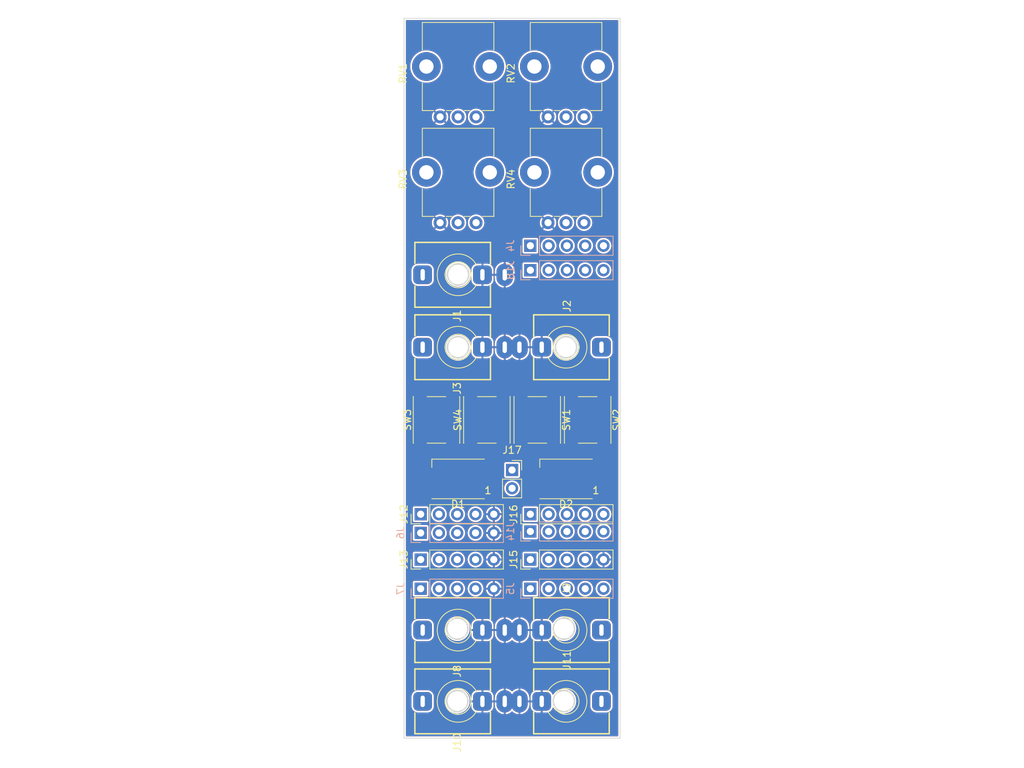
<source format=kicad_pcb>
(kicad_pcb (version 20211014) (generator pcbnew)
  (layers (0 "F.Cu" signal) (31 "B.Cu" signal) (34 "B.Paste" user) (35 "F.Paste" user) (36 "B.SilkS" user "B.Silkscreen") (37 "F.SilkS" user "F.Silkscreen") (38 "B.Mask" user) (39 "F.Mask" user) (44 "Edge.Cuts" user))
  (net 0 "")
  (net 1 "/RST")
  (net 2 "GND")
  (net 3 "+5V")
  (net 4 "+3V3")
  (net 5 "/RES0_W1")
  (net 6 "Net-(D1-Pad2)")
  (net 8 "/DryWet")
  (net 9 "/OUT_3")
  (net 10 "/OUT_2")
  (net 11 "/OUT_1")
  (net 12 "/RES0_B1")
  (net 13 "/IO17")
  (net 14 "/IO21")
  (net 15 "/IO22")
  (net 18 "/LEDS")
  (net 19 "/IN_0")
  (net 20 "/IN_1")
  (net 21 "/IN_2")
  (net 22 "/IN_3")
  (net 23 "/BOOT")
  (net 24 "/PROG_TX")
  (net 25 "/PROG_RX")
  (net 26 "/RES0_A1")
  (net 27 "/OUT_0")
  (net 28 "/SW_0")
  (net 29 "/SW_1")
  (net 30 "/RES_0")
  (net 31 "/RES_1")
  (net 32 "/RES_2")
  (net 33 "/RES_3")
  (footprint "AudioJacks:Jack_3.5mm_QingPu_WQP-PJ398SM_Vertical" (layer "F.Cu") (at 7.5 85 90)
    (fp_text reference "J8" (at -5.715 -0.13 90) (layer "F.SilkS"))
    (fp_text value "AudioJack2")
    (fp_line (start -4.5 4.5) (end -4.5 -6) (layer "F.SilkS") (width 0.2))
    (fp_line (start -4.5 -6) (end -1.6 -6) (layer "F.SilkS") (width 0.2))
    (fp_line (start 4.5 4.5) (end 4.5 -6) (layer "F.SilkS") (width 0.2))
    (fp_line (start -4.5 4.5) (end -1.5 4.5) (layer "F.SilkS") (width 0.2))
    (fp_line (start 1.6 -6) (end 4.5 -6) (layer "F.SilkS") (width 0.2))
    (fp_line (start 1.5 4.5) (end 4.5 4.5) (layer "F.SilkS") (width 0.2))
    (fp_arc (start -1.296263 2.588577) (mid -2.817353 -0.665994) (end 0 -2.895) (layer "F.SilkS") (width 0.12))
    (fp_arc (start 0 -2.895) (mid 2.817353 -0.665994) (end 1.296263 2.588577) (layer "F.SilkS") (width 0.12))
    (fp_circle (center 0 0) (end -1.8 0) (layer "F.SilkS") (width 0.12) (fill none))
    (pad "S" thru_hole oval locked (at 0 6.48 90) (size 3.1 2.3) (drill oval 1.6 0.6) (layers *.Cu *.Mask) (net 2 "GND"))
    (pad "T" thru_hole roundrect locked (at 0 -4.92 90) (size 2.6 2.6) (drill oval 1.6 0.6) (layers *.Cu *.Mask) (net 27 "/OUT_0"))
    (pad "TN" thru_hole roundrect locked (at 0 3.38 90) (size 2.6 2.6) (drill oval 1.6 0.6) (layers *.Cu *.Mask) (net 2 "GND"))
  )
  (footprint "AudioJacks:Jack_3.5mm_QingPu_WQP-PJ398SM_Vertical" (layer "F.Cu") (at 7.5 94.9 90)
    (fp_text reference "J10" (at -5.715 -0.13 90) (layer "F.SilkS"))
    (fp_text value "AudioJack2")
    (fp_line (start -4.5 4.5) (end -1.5 4.5) (layer "F.SilkS") (width 0.2))
    (fp_line (start 1.6 -6) (end 4.5 -6) (layer "F.SilkS") (width 0.2))
    (fp_line (start 4.5 4.5) (end 4.5 -6) (layer "F.SilkS") (width 0.2))
    (fp_line (start 1.5 4.5) (end 4.5 4.5) (layer "F.SilkS") (width 0.2))
    (fp_line (start -4.5 -6) (end -1.6 -6) (layer "F.SilkS") (width 0.2))
    (fp_line (start -4.5 4.5) (end -4.5 -6) (layer "F.SilkS") (width 0.2))
    (fp_arc (start -1.296263 2.588577) (mid -2.817353 -0.665994) (end 0 -2.895) (layer "F.SilkS") (width 0.12))
    (fp_arc (start 0 -2.895) (mid 2.817353 -0.665994) (end 1.296263 2.588577) (layer "F.SilkS") (width 0.12))
    (fp_circle (center 0 0) (end -1.8 0) (layer "F.SilkS") (width 0.12) (fill none))
    (pad "S" thru_hole oval locked (at 0 6.48 90) (size 3.1 2.3) (drill oval 1.6 0.6) (layers *.Cu *.Mask) (net 2 "GND"))
    (pad "T" thru_hole roundrect locked (at 0 -4.92 90) (size 2.6 2.6) (drill oval 1.6 0.6) (layers *.Cu *.Mask) (net 10 "/OUT_2"))
    (pad "TN" thru_hole roundrect locked (at 0 3.38 90) (size 2.6 2.6) (drill oval 1.6 0.6) (layers *.Cu *.Mask) (net 2 "GND"))
  )
  (footprint "Button_Switch_SMD:SW_Push_1P1T_NO_6x6mm_H9.5mm" (layer "F.Cu") (at 4.5 55.8 90)
    (fp_text reference "SW3" (at 0 -4.05 90) (layer "F.SilkS"))
    (fp_text value "FSM")
    (fp_line (start -3.23 -3.23) (end 3.23 -3.23) (layer "F.SilkS") (width 0.12))
    (fp_line (start 3.23 -3.23) (end 3.23 -3.2) (layer "F.SilkS") (width 0.12))
    (fp_line (start -3.23 -1.3) (end -3.23 1.3) (layer "F.SilkS") (width 0.12))
    (fp_line (start -3.23 3.23) (end -3.23 3.2) (layer "F.SilkS") (width 0.12))
    (fp_line (start 3.23 -1.3) (end 3.23 1.3) (layer "F.SilkS") (width 0.12))
    (fp_line (start -3.23 -3.2) (end -3.23 -3.23) (layer "F.SilkS") (width 0.12))
    (fp_line (start -3.23 3.23) (end 3.23 3.23) (layer "F.SilkS") (width 0.12))
    (fp_line (start 3.23 3.23) (end 3.23 3.2) (layer "F.SilkS") (width 0.12))
    (pad "1" smd rect locked (at -3.975 2.25 90) (size 1.55 1.3) (layers "F.Cu" "F.Paste" "F.Mask") (net 1 "/RST"))
    (pad "2" smd rect locked (at 3.975 2.25 90) (size 1.55 1.3) (layers "F.Cu" "F.Paste" "F.Mask") (net 1 "/RST"))
    (pad "3" smd rect locked (at -3.975 -2.25 90) (size 1.55 1.3) (layers "F.Cu" "F.Paste" "F.Mask") (net 2 "GND"))
    (pad "4" smd rect locked (at 3.975 -2.25 90) (size 1.55 1.3) (layers "F.Cu" "F.Paste" "F.Mask") (net 2 "GND"))
  )
  (footprint "LED_SMD:LED_WS2812B_PLCC4_5.0x5.0mm_P3.2mm" (layer "F.Cu") (at 7.5 64 180)
    (fp_text reference "D1" (at 0 -3.5) (layer "F.SilkS"))
    (fp_text value "WS2812B")
    (fp_text user "1" (at -4.15 -1.6) (layer "F.SilkS"))
    (fp_line (start -3.65 -2.75) (end 3.65 -2.75) (layer "F.SilkS") (width 0.12))
    (fp_line (start -3.65 2.75) (end 3.65 2.75) (layer "F.SilkS") (width 0.12))
    (fp_line (start 3.65 2.75) (end 3.65 1.6) (layer "F.SilkS") (width 0.12))
    (pad "1" smd rect locked (at -2.45 -1.6 180) (size 1.5 1) (layers "F.Cu" "F.Paste" "F.Mask") (net 3 "+5V"))
    (pad "2" smd rect locked (at -2.45 1.6 180) (size 1.5 1) (layers "F.Cu" "F.Paste" "F.Mask") (net 6 "Net-(D1-Pad2)"))
    (pad "3" smd rect locked (at 2.45 1.6 180) (size 1.5 1) (layers "F.Cu" "F.Paste" "F.Mask") (net 2 "GND"))
    (pad "4" smd rect locked (at 2.45 -1.6 180) (size 1.5 1) (layers "F.Cu" "F.Paste" "F.Mask") (net 18 "/LEDS"))
  )
  (footprint "AudioJacks:Jack_3.5mm_QingPu_WQP-PJ398SM_Vertical" (layer "F.Cu") (at 7.5 35.6368 90)
    (fp_text reference "J1" (at -5.715 -0.13 90) (layer "F.SilkS"))
    (fp_text value "AudioJack2")
    (fp_line (start -4.5 4.5) (end -1.5 4.5) (layer "F.SilkS") (width 0.2))
    (fp_line (start -4.5 -6) (end -1.6 -6) (layer "F.SilkS") (width 0.2))
    (fp_line (start -4.5 4.5) (end -4.5 -6) (layer "F.SilkS") (width 0.2))
    (fp_line (start 1.6 -6) (end 4.5 -6) (layer "F.SilkS") (width 0.2))
    (fp_line (start 4.5 4.5) (end 4.5 -6) (layer "F.SilkS") (width 0.2))
    (fp_line (start 1.5 4.5) (end 4.5 4.5) (layer "F.SilkS") (width 0.2))
    (fp_arc (start -1.296263 2.588577) (mid -2.817353 -0.665994) (end 0 -2.895) (layer "F.SilkS") (width 0.12))
    (fp_arc (start 0 -2.895) (mid 2.817353 -0.665994) (end 1.296263 2.588577) (layer "F.SilkS") (width 0.12))
    (fp_circle (center 0 0) (end -1.8 0) (layer "F.SilkS") (width 0.12) (fill none))
    (pad "S" thru_hole oval locked (at 0 6.48 90) (size 3.1 2.3) (drill oval 1.6 0.6) (layers *.Cu *.Mask) (net 2 "GND"))
    (pad "T" thru_hole roundrect locked (at 0 -4.92 90) (size 2.6 2.6) (drill oval 1.6 0.6) (layers *.Cu *.Mask) (net 19 "/IN_0"))
    (pad "TN" thru_hole roundrect locked (at 0 3.38 90) (size 2.6 2.6) (drill oval 1.6 0.6) (layers *.Cu *.Mask) (net 2 "GND"))
  )
  (footprint "Button_Switch_SMD:SW_Push_1P1T_NO_6x6mm_H9.5mm" (layer "F.Cu") (at 25.5 55.8 -90)
    (fp_text reference "SW2" (at 0 -4.05 -90) (layer "F.SilkS"))
    (fp_text value "FSM")
    (fp_line (start 3.23 3.23) (end 3.23 3.2) (layer "F.SilkS") (width 0.12))
    (fp_line (start 3.23 -3.23) (end 3.23 -3.2) (layer "F.SilkS") (width 0.12))
    (fp_line (start -3.23 -3.2) (end -3.23 -3.23) (layer "F.SilkS") (width 0.12))
    (fp_line (start -3.23 -3.23) (end 3.23 -3.23) (layer "F.SilkS") (width 0.12))
    (fp_line (start -3.23 3.23) (end -3.23 3.2) (layer "F.SilkS") (width 0.12))
    (fp_line (start -3.23 -1.3) (end -3.23 1.3) (layer "F.SilkS") (width 0.12))
    (fp_line (start -3.23 3.23) (end 3.23 3.23) (layer "F.SilkS") (width 0.12))
    (fp_line (start 3.23 -1.3) (end 3.23 1.3) (layer "F.SilkS") (width 0.12))
    (pad "1" smd rect locked (at -3.975 2.25 270) (size 1.55 1.3) (layers "F.Cu" "F.Paste" "F.Mask") (net 29 "/SW_1"))
    (pad "2" smd rect locked (at 3.975 2.25 270) (size 1.55 1.3) (layers "F.Cu" "F.Paste" "F.Mask") (net 29 "/SW_1"))
    (pad "3" smd rect locked (at -3.975 -2.25 270) (size 1.55 1.3) (layers "F.Cu" "F.Paste" "F.Mask") (net 2 "GND"))
    (pad "4" smd rect locked (at 3.975 -2.25 270) (size 1.55 1.3) (layers "F.Cu" "F.Paste" "F.Mask") (net 2 "GND"))
  )
  (footprint "Potentiometer_THT:Potentiometer_Bourns_PTV09A-1_Single_Vertical" (layer "F.Cu") (at 25 13.7 90)
    (fp_text reference "RV2" (at 6.05 -10.15 90) (layer "F.SilkS"))
    (fp_text value "PTV09A-4225F-B203")
    (fp_line (start 13.12 -7.47) (end 13.12 2.47) (layer "F.SilkS") (width 0.12))
    (fp_line (start 9.255 -7.47) (end 13.12 -7.47) (layer "F.SilkS") (width 0.12))
    (fp_line (start 0.88 -4.129) (end 0.88 -3.37) (layer "F.SilkS") (width 0.12))
    (fp_line (start 0.88 -7.47) (end 4.745 -7.47) (layer "F.SilkS") (width 0.12))
    (fp_line (start 0.88 2.47) (end 4.745 2.47) (layer "F.SilkS") (width 0.12))
    (fp_line (start 0.88 -1.629) (end 0.88 -0.87) (layer "F.SilkS") (width 0.12))
    (fp_line (start 9.255 2.47) (end 13.12 2.47) (layer "F.SilkS") (width 0.12))
    (fp_line (start 0.88 0.87) (end 0.88 2.47) (layer "F.SilkS") (width 0.12))
    (fp_line (start 0.88 -7.47) (end 0.88 -5.871) (layer "F.SilkS") (width 0.12))
    (pad "" np_thru_hole circle locked (at 7 -6.9 90) (size 4 4) (drill 2) (layers *.Cu *.Mask))
    (pad "" np_thru_hole circle locked (at 7 1.9 90) (size 4 4) (drill 2) (layers *.Cu *.Mask))
    (pad "1" thru_hole circle locked (at 0 0 90) (size 1.8 1.8) (drill 1) (layers *.Cu *.Mask) (net 3 "+5V"))
    (pad "2" thru_hole circle locked (at 0 -2.5 90) (size 1.8 1.8) (drill 1) (layers *.Cu *.Mask) (net 31 "/RES_1"))
    (pad "3" thru_hole circle locked (at 0 -5 90) (size 1.8 1.8) (drill 1) (layers *.Cu *.Mask) (net 2 "GND"))
  )
  (footprint "AudioJacks:Jack_3.5mm_QingPu_WQP-PJ398SM_Vertical" (layer "F.Cu") (at 7.5 45.7 90)
    (fp_text reference "J3" (at -5.715 -0.13 90) (layer "F.SilkS"))
    (fp_text value "AudioJack2")
    (fp_line (start -4.5 4.5) (end -4.5 -6) (layer "F.SilkS") (width 0.2))
    (fp_line (start -4.5 -6) (end -1.6 -6) (layer "F.SilkS") (width 0.2))
    (fp_line (start 1.6 -6) (end 4.5 -6) (layer "F.SilkS") (width 0.2))
    (fp_line (start 4.5 4.5) (end 4.5 -6) (layer "F.SilkS") (width 0.2))
    (fp_line (start 1.5 4.5) (end 4.5 4.5) (layer "F.SilkS") (width 0.2))
    (fp_line (start -4.5 4.5) (end -1.5 4.5) (layer "F.SilkS") (width 0.2))
    (fp_arc (start -1.296263 2.588577) (mid -2.817353 -0.665994) (end 0 -2.895) (layer "F.SilkS") (width 0.12))
    (fp_arc (start 0 -2.895) (mid 2.817353 -0.665994) (end 1.296263 2.588577) (layer "F.SilkS") (width 0.12))
    (fp_circle (center 0 0) (end -1.8 0) (layer "F.SilkS") (width 0.12) (fill none))
    (pad "S" thru_hole oval locked (at 0 6.48 90) (size 3.1 2.3) (drill oval 1.6 0.6) (layers *.Cu *.Mask) (net 2 "GND"))
    (pad "T" thru_hole roundrect locked (at 0 -4.92 90) (size 2.6 2.6) (drill oval 1.6 0.6) (layers *.Cu *.Mask) (net 21 "/IN_2"))
    (pad "TN" thru_hole roundrect locked (at 0 3.38 90) (size 2.6 2.6) (drill oval 1.6 0.6) (layers *.Cu *.Mask) (net 2 "GND"))
  )
  (footprint "Potentiometer_THT:Potentiometer_Bourns_PTV09A-1_Single_Vertical" (layer "F.Cu") (at 10 13.7 90)
    (fp_text reference "RV1" (at 6.05 -10.15 90) (layer "F.SilkS"))
    (fp_text value "PTV09A-4225F-B203")
    (fp_line (start 0.88 -4.129) (end 0.88 -3.37) (layer "F.SilkS") (width 0.12))
    (fp_line (start 0.88 -7.47) (end 4.745 -7.47) (layer "F.SilkS") (width 0.12))
    (fp_line (start 13.12 -7.47) (end 13.12 2.47) (layer "F.SilkS") (width 0.12))
    (fp_line (start 0.88 -1.629) (end 0.88 -0.87) (layer "F.SilkS") (width 0.12))
    (fp_line (start 0.88 0.87) (end 0.88 2.47) (layer "F.SilkS") (width 0.12))
    (fp_line (start 9.255 2.47) (end 13.12 2.47) (layer "F.SilkS") (width 0.12))
    (fp_line (start 0.88 -7.47) (end 0.88 -5.871) (layer "F.SilkS") (width 0.12))
    (fp_line (start 0.88 2.47) (end 4.745 2.47) (layer "F.SilkS") (width 0.12))
    (fp_line (start 9.255 -7.47) (end 13.12 -7.47) (layer "F.SilkS") (width 0.12))
    (pad "" np_thru_hole circle locked (at 7 1.9 90) (size 4 4) (drill 2) (layers *.Cu *.Mask))
    (pad "" np_thru_hole circle locked (at 7 -6.9 90) (size 4 4) (drill 2) (layers *.Cu *.Mask))
    (pad "1" thru_hole circle locked (at 0 0 90) (size 1.8 1.8) (drill 1) (layers *.Cu *.Mask) (net 3 "+5V"))
    (pad "2" thru_hole circle locked (at 0 -2.5 90) (size 1.8 1.8) (drill 1) (layers *.Cu *.Mask) (net 30 "/RES_0"))
    (pad "3" thru_hole circle locked (at 0 -5 90) (size 1.8 1.8) (drill 1) (layers *.Cu *.Mask) (net 2 "GND"))
  )
  (footprint "Connector_PinSocket_2.54mm:PinSocket_1x02_P2.54mm_Vertical" (layer "F.Cu") (at 15 62.758)
    (fp_text reference "J17" (at 0 -2.77) (layer "F.SilkS"))
    (fp_text value "Conn_01x02")
    (fp_line (start 1.33 -1.33) (end 1.33 0) (layer "F.SilkS") (width 0.12))
    (fp_line (start -1.33 1.27) (end -1.33 3.87) (layer "F.SilkS") (width 0.12))
    (fp_line (start 1.33 1.27) (end 1.33 3.87) (layer "F.SilkS") (width 0.12))
    (fp_line (start -1.33 1.27) (end 1.33 1.27) (layer "F.SilkS") (width 0.12))
    (fp_line (start -1.33 3.87) (end 1.33 3.87) (layer "F.SilkS") (width 0.12))
    (fp_line (start 0 -1.33) (end 1.33 -1.33) (layer "F.SilkS") (width 0.12))
    (pad "1" thru_hole rect locked (at 0 0) (size 1.7 1.7) (drill 1) (layers *.Cu *.Mask))
    (pad "2" thru_hole oval locked (at 0 2.54) (size 1.7 1.7) (drill 1) (layers *.Cu *.Mask))
  )
  (footprint "AudioJacks:Jack_3.5mm_QingPu_WQP-PJ398SM_Vertical" (layer "F.Cu") (at 22.5 94.9 -90)
    (fp_text reference "J11" (at -5.715 -0.13 90) (layer "F.SilkS"))
    (fp_text value "AudioJack2")
    (fp_line (start 1.5 4.5) (end 4.5 4.5) (layer "F.SilkS") (width 0.2))
    (fp_line (start -4.5 4.5) (end -1.5 4.5) (layer "F.SilkS") (width 0.2))
    (fp_line (start -4.5 4.5) (end -4.5 -6) (layer "F.SilkS") (width 0.2))
    (fp_line (start 4.5 4.5) (end 4.5 -6) (layer "F.SilkS") (width 0.2))
    (fp_line (start -4.5 -6) (end -1.6 -6) (layer "F.SilkS") (width 0.2))
    (fp_line (start 1.6 -6) (end 4.5 -6) (layer "F.SilkS") (width 0.2))
    (fp_arc (start -1.296263 2.588577) (mid -2.817353 -0.665994) (end 0 -2.895) (layer "F.SilkS") (width 0.12))
    (fp_arc (start 0 -2.895) (mid 2.817353 -0.665994) (end 1.296263 2.588577) (layer "F.SilkS") (width 0.12))
    (fp_circle (center 0 0) (end -1.8 0) (layer "F.SilkS") (width 0.12) (fill none))
    (pad "S" thru_hole oval locked (at 0 6.48 270) (size 3.1 2.3) (drill oval 1.6 0.6) (layers *.Cu *.Mask) (net 2 "GND"))
    (pad "T" thru_hole roundrect locked (at 0 -4.92 270) (size 2.6 2.6) (drill oval 1.6 0.6) (layers *.Cu *.Mask) (net 8 "/DryWet"))
    (pad "TN" thru_hole roundrect locked (at 0 3.38 270) (size 2.6 2.6) (drill oval 1.6 0.6) (layers *.Cu *.Mask) (net 2 "GND"))
  )
  (footprint "Connector_PinHeader_2.54mm:PinHeader_1x05_P2.54mm_Vertical" (layer "F.Cu") (at 17.54 68.9 90)
    (fp_text reference "J16" (at 0 -2.33 90) (layer "F.SilkS"))
    (fp_text value "Conn_01x05")
    (fp_line (start -1.33 1.27) (end 1.33 1.27) (layer "F.SilkS") (width 0.12))
    (fp_line (start -1.33 -1.33) (end 0 -1.33) (layer "F.SilkS") (width 0.12))
    (fp_line (start -1.33 0) (end -1.33 -1.33) (layer "F.SilkS") (width 0.12))
    (fp_line (start -1.33 11.49) (end 1.33 11.49) (layer "F.SilkS") (width 0.12))
    (fp_line (start 1.33 1.27) (end 1.33 11.49) (layer "F.SilkS") (width 0.12))
    (fp_line (start -1.33 1.27) (end -1.33 11.49) (layer "F.SilkS") (width 0.12))
    (pad "1" thru_hole rect locked (at 0 0 90) (size 1.7 1.7) (drill 1) (layers *.Cu *.Mask) (net 13 "/IO17"))
    (pad "2" thru_hole oval locked (at 0 2.54 90) (size 1.7 1.7) (drill 1) (layers *.Cu *.Mask) (net 14 "/IO21"))
    (pad "3" thru_hole oval locked (at 0 5.08 90) (size 1.7 1.7) (drill 1) (layers *.Cu *.Mask) (net 15 "/IO22"))
    (pad "4" thru_hole oval locked (at 0 7.62 90) (size 1.7 1.7) (drill 1) (layers *.Cu *.Mask) (net 4 "+3V3"))
    (pad "5" thru_hole oval locked (at 0 10.16 90) (size 1.7 1.7) (drill 1) (layers *.Cu *.Mask) (net 3 "+5V"))
  )
  (footprint "AudioJacks:Jack_3.5mm_QingPu_WQP-PJ398SM_Vertical" (layer "F.Cu") (at 22.5 45.7 -90)
    (fp_text reference "J2" (at -5.715 -0.13 90) (layer "F.SilkS"))
    (fp_text value "AudioJack2")
    (fp_line (start 4.5 4.5) (end 4.5 -6) (layer "F.SilkS") (width 0.2))
    (fp_line (start 1.6 -6) (end 4.5 -6) (layer "F.SilkS") (width 0.2))
    (fp_line (start 1.5 4.5) (end 4.5 4.5) (layer "F.SilkS") (width 0.2))
    (fp_line (start -4.5 4.5) (end -1.5 4.5) (layer "F.SilkS") (width 0.2))
    (fp_line (start -4.5 4.5) (end -4.5 -6) (layer "F.SilkS") (width 0.2))
    (fp_line (start -4.5 -6) (end -1.6 -6) (layer "F.SilkS") (width 0.2))
    (fp_arc (start -1.296263 2.588577) (mid -2.817353 -0.665994) (end 0 -2.895) (layer "F.SilkS") (width 0.12))
    (fp_arc (start 0 -2.895) (mid 2.817353 -0.665994) (end 1.296263 2.588577) (layer "F.SilkS") (width 0.12))
    (fp_circle (center 0 0) (end -1.8 0) (layer "F.SilkS") (width 0.12) (fill none))
    (pad "S" thru_hole oval locked (at 0 6.48 270) (size 3.1 2.3) (drill oval 1.6 0.6) (layers *.Cu *.Mask) (net 2 "GND"))
    (pad "T" thru_hole roundrect locked (at 0 -4.92 270) (size 2.6 2.6) (drill oval 1.6 0.6) (layers *.Cu *.Mask) (net 20 "/IN_1"))
    (pad "TN" thru_hole roundrect locked (at 0 3.38 270) (size 2.6 2.6) (drill oval 1.6 0.6) (layers *.Cu *.Mask) (net 2 "GND"))
  )
  (footprint "Potentiometer_THT:Potentiometer_Bourns_PTV09A-1_Single_Vertical" (layer "F.Cu") (at 10 28.4 90)
    (fp_text reference "RV3" (at 6.05 -10.15 90) (layer "F.SilkS"))
    (fp_text value "PTV09A-4225F-B203")
    (fp_line (start 9.255 -7.47) (end 13.12 -7.47) (layer "F.SilkS") (width 0.12))
    (fp_line (start 13.12 -7.47) (end 13.12 2.47) (layer "F.SilkS") (width 0.12))
    (fp_line (start 9.255 2.47) (end 13.12 2.47) (layer "F.SilkS") (width 0.12))
    (fp_line (start 0.88 -1.629) (end 0.88 -0.87) (layer "F.SilkS") (width 0.12))
    (fp_line (start 0.88 2.47) (end 4.745 2.47) (layer "F.SilkS") (width 0.12))
    (fp_line (start 0.88 -4.129) (end 0.88 -3.37) (layer "F.SilkS") (width 0.12))
    (fp_line (start 0.88 0.87) (end 0.88 2.47) (layer "F.SilkS") (width 0.12))
    (fp_line (start 0.88 -7.47) (end 4.745 -7.47) (layer "F.SilkS") (width 0.12))
    (fp_line (start 0.88 -7.47) (end 0.88 -5.871) (layer "F.SilkS") (width 0.12))
    (pad "" np_thru_hole circle locked (at 7 1.9 90) (size 4 4) (drill 2) (layers *.Cu *.Mask))
    (pad "" np_thru_hole circle locked (at 7 -6.9 90) (size 4 4) (drill 2) (layers *.Cu *.Mask))
    (pad "1" thru_hole circle locked (at 0 0 90) (size 1.8 1.8) (drill 1) (layers *.Cu *.Mask) (net 3 "+5V"))
    (pad "2" thru_hole circle locked (at 0 -2.5 90) (size 1.8 1.8) (drill 1) (layers *.Cu *.Mask) (net 32 "/RES_2"))
    (pad "3" thru_hole circle locked (at 0 -5 90) (size 1.8 1.8) (drill 1) (layers *.Cu *.Mask) (net 2 "GND"))
  )
  (footprint "LED_SMD:LED_WS2812B_PLCC4_5.0x5.0mm_P3.2mm" (layer "F.Cu") (at 22.5 64 180)
    (fp_text reference "D2" (at 0 -3.5) (layer "F.SilkS"))
    (fp_text value "WS2812B")
    (fp_text user "1" (at -4.15 -1.6) (layer "F.SilkS"))
    (fp_line (start 3.65 2.75) (end 3.65 1.6) (layer "F.SilkS") (width 0.12))
    (fp_line (start -3.65 -2.75) (end 3.65 -2.75) (layer "F.SilkS") (width 0.12))
    (fp_line (start -3.65 2.75) (end 3.65 2.75) (layer "F.SilkS") (width 0.12))
    (pad "1" smd rect locked (at -2.45 -1.6 180) (size 1.5 1) (layers "F.Cu" "F.Paste" "F.Mask") (net 3 "+5V"))
    (pad "2" smd rect locked (at -2.45 1.6 180) (size 1.5 1) (layers "F.Cu" "F.Paste" "F.Mask"))
    (pad "3" smd rect locked (at 2.45 1.6 180) (size 1.5 1) (layers "F.Cu" "F.Paste" "F.Mask") (net 2 "GND"))
    (pad "4" smd rect locked (at 2.45 -1.6 180) (size 1.5 1) (layers "F.Cu" "F.Paste" "F.Mask") (net 6 "Net-(D1-Pad2)"))
  )
  (footprint "Button_Switch_SMD:SW_Push_1P1T_NO_6x6mm_H9.5mm" (layer "F.Cu") (at 11.5 55.8 90)
    (fp_text reference "SW4" (at 0 -4.05 90) (layer "F.SilkS"))
    (fp_text value "FSM")
    (fp_line (start -3.23 3.23) (end 3.23 3.23) (layer "F.SilkS") (width 0.12))
    (fp_line (start -3.23 -1.3) (end -3.23 1.3) (layer "F.SilkS") (width 0.12))
    (fp_line (start -3.23 3.23) (end -3.23 3.2) (layer "F.SilkS") (width 0.12))
    (fp_line (start 3.23 -3.23) (end 3.23 -3.2) (layer "F.SilkS") (width 0.12))
    (fp_line (start -3.23 -3.2) (end -3.23 -3.23) (layer "F.SilkS") (width 0.12))
    (fp_line (start -3.23 -3.23) (end 3.23 -3.23) (layer "F.SilkS") (width 0.12))
    (fp_line (start 3.23 3.23) (end 3.23 3.2) (layer "F.SilkS") (width 0.12))
    (fp_line (start 3.23 -1.3) (end 3.23 1.3) (layer "F.SilkS") (width 0.12))
    (pad "1" smd rect locked (at -3.975 2.25 90) (size 1.55 1.3) (layers "F.Cu" "F.Paste" "F.Mask") (net 23 "/BOOT"))
    (pad "2" smd rect locked (at 3.975 2.25 90) (size 1.55 1.3) (layers "F.Cu" "F.Paste" "F.Mask") (net 23 "/BOOT"))
    (pad "3" smd rect locked (at -3.975 -2.25 90) (size 1.55 1.3) (layers "F.Cu" "F.Paste" "F.Mask") (net 2 "GND"))
    (pad "4" smd rect locked (at 3.975 -2.25 90) (size 1.55 1.3) (layers "F.Cu" "F.Paste" "F.Mask") (net 2 "GND"))
  )
  (footprint "Connector_PinHeader_2.54mm:PinHeader_1x05_P2.54mm_Vertical" (layer "F.Cu") (at 17.54 75.2 90)
    (fp_text reference "J15" (at 0 -2.33 90) (layer "F.SilkS"))
    (fp_text value "Conn_01x05")
    (fp_line (start -1.33 11.49) (end 1.33 11.49) (layer "F.SilkS") (width 0.12))
    (fp_line (start -1.33 0) (end -1.33 -1.33) (layer "F.SilkS") (width 0.12))
    (fp_line (start 1.33 1.27) (end 1.33 11.49) (layer "F.SilkS") (width 0.12))
    (fp_line (start -1.33 -1.33) (end 0 -1.33) (layer "F.SilkS") (width 0.12))
    (fp_line (start -1.33 1.27) (end 1.33 1.27) (layer "F.SilkS") (width 0.12))
    (fp_line (start -1.33 1.27) (end -1.33 11.49) (layer "F.SilkS") (width 0.12))
    (pad "1" thru_hole rect locked (at 0 0 90) (size 1.7 1.7) (drill 1) (layers *.Cu *.Mask) (net 22 "/IN_3"))
    (pad "2" thru_hole oval locked (at 0 2.54 90) (size 1.7 1.7) (drill 1) (layers *.Cu *.Mask) (net 9 "/OUT_3"))
    (pad "3" thru_hole oval locked (at 0 5.08 90) (size 1.7 1.7) (drill 1) (layers *.Cu *.Mask) (net 21 "/IN_2"))
    (pad "4" thru_hole oval locked (at 0 7.62 90) (size 1.7 1.7) (drill 1) (layers *.Cu *.Mask) (net 10 "/OUT_2"))
    (pad "5" thru_hole oval locked (at 0 10.16 90) (size 1.7 1.7) (drill 1) (layers *.Cu *.Mask) (net 2 "GND"))
  )
  (footprint "Button_Switch_SMD:SW_Push_1P1T_NO_6x6mm_H9.5mm" (layer "F.Cu") (at 18.5 55.8 -90)
    (fp_text reference "SW1" (at 0 -4.05 -90) (layer "F.SilkS"))
    (fp_text value "FSM")
    (fp_line (start -3.23 -3.23) (end 3.23 -3.23) (layer "F.SilkS") (width 0.12))
    (fp_line (start -3.23 -3.2) (end -3.23 -3.23) (layer "F.SilkS") (width 0.12))
    (fp_line (start -3.23 -1.3) (end -3.23 1.3) (layer "F.SilkS") (width 0.12))
    (fp_line (start 3.23 3.23) (end 3.23 3.2) (layer "F.SilkS") (width 0.12))
    (fp_line (start 3.23 -3.23) (end 3.23 -3.2) (layer "F.SilkS") (width 0.12))
    (fp_line (start -3.23 3.23) (end 3.23 3.23) (layer "F.SilkS") (width 0.12))
    (fp_line (start 3.23 -1.3) (end 3.23 1.3) (layer "F.SilkS") (width 0.12))
    (fp_line (start -3.23 3.23) (end -3.23 3.2) (layer "F.SilkS") (width 0.12))
    (pad "1" smd rect locked (at -3.975 2.25 270) (size 1.55 1.3) (layers "F.Cu" "F.Paste" "F.Mask") (net 28 "/SW_0"))
    (pad "2" smd rect locked (at 3.975 2.25 270) (size 1.55 1.3) (layers "F.Cu" "F.Paste" "F.Mask") (net 28 "/SW_0"))
    (pad "3" smd rect locked (at -3.975 -2.25 270) (size 1.55 1.3) (layers "F.Cu" "F.Paste" "F.Mask") (net 2 "GND"))
    (pad "4" smd rect locked (at 3.975 -2.25 270) (size 1.55 1.3) (layers "F.Cu" "F.Paste" "F.Mask") (net 2 "GND"))
  )
  (footprint "Connector_PinHeader_2.54mm:PinHeader_1x05_P2.54mm_Vertical" (layer "F.Cu") (at 2.3 75.2 90)
    (fp_text reference "J13" (at 0 -2.33 90) (layer "F.SilkS"))
    (fp_text value "Conn_01x05")
    (fp_line (start -1.33 0) (end -1.33 -1.33) (layer "F.SilkS") (width 0.12))
    (fp_line (start -1.33 11.49) (end 1.33 11.49) (layer "F.SilkS") (width 0.12))
    (fp_line (start 1.33 1.27) (end 1.33 11.49) (layer "F.SilkS") (width 0.12))
    (fp_line (start -1.33 -1.33) (end 0 -1.33) (layer "F.SilkS") (width 0.12))
    (fp_line (start -1.33 1.27) (end -1.33 11.49) (layer "F.SilkS") (width 0.12))
    (fp_line (start -1.33 1.27) (end 1.33 1.27) (layer "F.SilkS") (width 0.12))
    (pad "1" thru_hole rect locked (at 0 0 90) (size 1.7 1.7) (drill 1) (layers *.Cu *.Mask) (net 26 "/RES0_A1"))
    (pad "2" thru_hole oval locked (at 0 2.54 90) (size 1.7 1.7) (drill 1) (layers *.Cu *.Mask) (net 5 "/RES0_W1"))
    (pad "3" thru_hole oval locked (at 0 5.08 90) (size 1.7 1.7) (drill 1) (layers *.Cu *.Mask) (net 12 "/RES0_B1"))
    (pad "4" thru_hole oval locked (at 0 7.62 90) (size 1.7 1.7) (drill 1) (layers *.Cu *.Mask) (net 18 "/LEDS"))
    (pad "5" thru_hole oval locked (at 0 10.16 90) (size 1.7 1.7) (drill 1) (layers *.Cu *.Mask) (net 2 "GND"))
  )
  (footprint "Potentiometer_THT:Potentiometer_Bourns_PTV09A-1_Single_Vertical" (layer "F.Cu") (at 25 28.4 90)
    (fp_text reference "RV4" (at 6.05 -10.15 90) (layer "F.SilkS"))
    (fp_text value "PTV09A-4225F-B203")
    (fp_line (start 0.88 2.47) (end 4.745 2.47) (layer "F.SilkS") (width 0.12))
    (fp_line (start 0.88 -7.47) (end 0.88 -5.871) (layer "F.SilkS") (width 0.12))
    (fp_line (start 0.88 -4.129) (end 0.88 -3.37) (layer "F.SilkS") (width 0.12))
    (fp_line (start 0.88 -1.629) (end 0.88 -0.87) (layer "F.SilkS") (width 0.12))
    (fp_line (start 9.255 2.47) (end 13.12 2.47) (layer "F.SilkS") (width 0.12))
    (fp_line (start 0.88 -7.47) (end 4.745 -7.47) (layer "F.SilkS") (width 0.12))
    (fp_line (start 9.255 -7.47) (end 13.12 -7.47) (layer "F.SilkS") (width 0.12))
    (fp_line (start 13.12 -7.47) (end 13.12 2.47) (layer "F.SilkS") (width 0.12))
    (fp_line (start 0.88 0.87) (end 0.88 2.47) (layer "F.SilkS") (width 0.12))
    (pad "" np_thru_hole circle locked (at 7 1.9 90) (size 4 4) (drill 2) (layers *.Cu *.Mask))
    (pad "" np_thru_hole circle locked (at 7 -6.9 90) (size 4 4) (drill 2) (layers *.Cu *.Mask))
    (pad "1" thru_hole circle locked (at 0 0 90) (size 1.8 1.8) (drill 1) (layers *.Cu *.Mask) (net 3 "+5V"))
    (pad "2" thru_hole circle locked (at 0 -2.5 90) (size 1.8 1.8) (drill 1) (layers *.Cu *.Mask) (net 33 "/RES_3"))
    (pad "3" thru_hole circle locked (at 0 -5 90) (size 1.8 1.8) (drill 1) (layers *.Cu *.Mask) (net 2 "GND"))
  )
  (footprint "AudioJacks:Jack_3.5mm_QingPu_WQP-PJ398SM_Vertical" (layer "F.Cu") (at 22.5 85 -90)
    (fp_text reference "J9" (at -5.715 -0.13 90) (layer "F.SilkS"))
    (fp_text value "AudioJack2")
    (fp_line (start -4.5 -6) (end -1.6 -6) (layer "F.SilkS") (width 0.2))
    (fp_line (start -4.5 4.5) (end -4.5 -6) (layer "F.SilkS") (width 0.2))
    (fp_line (start 4.5 4.5) (end 4.5 -6) (layer "F.SilkS") (width 0.2))
    (fp_line (start 1.5 4.5) (end 4.5 4.5) (layer "F.SilkS") (width 0.2))
    (fp_line (start -4.5 4.5) (end -1.5 4.5) (layer "F.SilkS") (width 0.2))
    (fp_line (start 1.6 -6) (end 4.5 -6) (layer "F.SilkS") (width 0.2))
    (fp_arc (start -1.296263 2.588577) (mid -2.817353 -0.665994) (end 0 -2.895) (layer "F.SilkS") (width 0.12))
    (fp_arc (start 0 -2.895) (mid 2.817353 -0.665994) (end 1.296263 2.588577) (layer "F.SilkS") (width 0.12))
    (fp_circle (center 0 0) (end -1.8 0) (layer "F.SilkS") (width 0.12) (fill none))
    (pad "S" thru_hole oval locked (at 0 6.48 270) (size 3.1 2.3) (drill oval 1.6 0.6) (layers *.Cu *.Mask) (net 2 "GND"))
    (pad "T" thru_hole roundrect locked (at 0 -4.92 270) (size 2.6 2.6) (drill oval 1.6 0.6) (layers *.Cu *.Mask) (net 11 "/OUT_1"))
    (pad "TN" thru_hole roundrect locked (at 0 3.38 270) (size 2.6 2.6) (drill oval 1.6 0.6) (layers *.Cu *.Mask) (net 2 "GND"))
  )
  (footprint "Connector_PinHeader_2.54mm:PinHeader_1x05_P2.54mm_Vertical" (layer "F.Cu") (at 2.3 68.9 90)
    (fp_text reference "J12" (at 0 -2.33 90) (layer "F.SilkS"))
    (fp_text value "Conn_01x05")
    (fp_line (start -1.33 11.49) (end 1.33 11.49) (layer "F.SilkS") (width 0.12))
    (fp_line (start -1.33 1.27) (end -1.33 11.49) (layer "F.SilkS") (width 0.12))
    (fp_line (start -1.33 1.27) (end 1.33 1.27) (layer "F.SilkS") (width 0.12))
    (fp_line (start -1.33 -1.33) (end 0 -1.33) (layer "F.SilkS") (width 0.12))
    (fp_line (start 1.33 1.27) (end 1.33 11.49) (layer "F.SilkS") (width 0.12))
    (fp_line (start -1.33 0) (end -1.33 -1.33) (layer "F.SilkS") (width 0.12))
    (pad "1" thru_hole rect locked (at 0 0 90) (size 1.7 1.7) (drill 1) (layers *.Cu *.Mask) (net 23 "/BOOT"))
    (pad "2" thru_hole oval locked (at 0 2.54 90) (size 1.7 1.7) (drill 1) (layers *.Cu *.Mask) (net 1 "/RST"))
    (pad "3" thru_hole oval locked (at 0 5.08 90) (size 1.7 1.7) (drill 1) (layers *.Cu *.Mask) (net 24 "/PROG_TX"))
    (pad "4" thru_hole oval locked (at 0 7.62 90) (size 1.7 1.7) (drill 1) (layers *.Cu *.Mask) (net 25 "/PROG_RX"))
    (pad "5" thru_hole oval locked (at 0 10.16 90) (size 1.7 1.7) (drill 1) (layers *.Cu *.Mask) (net 2 "GND"))
  )
  (footprint "Connector_PinSocket_2.54mm:PinSocket_1x05_P2.54mm_Vertical" (layer "B.Cu") (at 17.54 71.3 -90)
    (fp_text reference "J14" (at 0 2.77 90) (layer "B.SilkS") (effects (justify mirror)))
    (fp_text value "Conn_01x05")
    (fp_line (start -1.33 -1.27) (end 1.33 -1.27) (layer "B.SilkS") (width 0.12))
    (fp_line (start 1.33 1.33) (end 1.33 0) (layer "B.SilkS") (width 0.12))
    (fp_line (start -1.33 -11.49) (end 1.33 -11.49) (layer "B.SilkS") (width 0.12))
    (fp_line (start 0 1.33) (end 1.33 1.33) (layer "B.SilkS") (width 0.12))
    (fp_line (start 1.33 -1.27) (end 1.33 -11.49) (layer "B.SilkS") (width 0.12))
    (fp_line (start -1.33 -1.27) (end -1.33 -11.49) (layer "B.SilkS") (width 0.12))
    (pad "1" thru_hole rect locked (at 0 0 270) (size 1.7 1.7) (drill 1) (layers *.Cu *.Mask) (net 13 "/IO17"))
    (pad "2" thru_hole oval locked (at 0 -2.54 270) (size 1.7 1.7) (drill 1) (layers *.Cu *.Mask) (net 14 "/IO21"))
    (pad "3" thru_hole oval locked (at 0 -5.08 270) (size 1.7 1.7) (drill 1) (layers *.Cu *.Mask) (net 15 "/IO22"))
    (pad "4" thru_hole oval locked (at 0 -7.62 270) (size 1.7 1.7) (drill 1) (layers *.Cu *.Mask) (net 4 "+3V3"))
    (pad "5" thru_hole oval locked (at 0 -10.16 270) (size 1.7 1.7) (drill 1) (layers *.Cu *.Mask) (net 3 "+5V"))
  )
  (footprint "Connector_PinSocket_2.54mm:PinSocket_1x05_P2.54mm_Vertical" (layer "B.Cu") (at 2.3 79.25 -90)
    (fp_text reference "J7" (at 0 2.77 90) (layer "B.SilkS") (effects (justify mirror)))
    (fp_text value "Conn_01x05")
    (fp_line (start 0 1.33) (end 1.33 1.33) (layer "B.SilkS") (width 0.12))
    (fp_line (start -1.33 -11.49) (end 1.33 -11.49) (layer "B.SilkS") (width 0.12))
    (fp_line (start -1.33 -1.27) (end -1.33 -11.49) (layer "B.SilkS") (width 0.12))
    (fp_line (start 1.33 1.33) (end 1.33 0) (layer "B.SilkS") (width 0.12))
    (fp_line (start 1.33 -1.27) (end 1.33 -11.49) (layer "B.SilkS") (width 0.12))
    (fp_line (start -1.33 -1.27) (end 1.33 -1.27) (layer "B.SilkS") (width 0.12))
    (pad "1" thru_hole rect locked (at 0 0 270) (size 1.7 1.7) (drill 1) (layers *.Cu *.Mask) (net 26 "/RES0_A1"))
    (pad "2" thru_hole oval locked (at 0 -2.54 270) (size 1.7 1.7) (drill 1) (layers *.Cu *.Mask) (net 5 "/RES0_W1"))
    (pad "3" thru_hole oval locked (at 0 -5.08 270) (size 1.7 1.7) (drill 1) (layers *.Cu *.Mask) (net 12 "/RES0_B1"))
    (pad "4" thru_hole oval locked (at 0 -7.62 270) (size 1.7 1.7) (drill 1) (layers *.Cu *.Mask) (net 18 "/LEDS"))
    (pad "5" thru_hole oval locked (at 0 -10.16 270) (size 1.7 1.7) (drill 1) (layers *.Cu *.Mask) (net 2 "GND"))
  )
  (footprint "Connector_PinSocket_2.54mm:PinSocket_1x05_P2.54mm_Vertical" (layer "B.Cu") (at 2.3 71.5 -90)
    (fp_text reference "J6" (at 0 2.77 90) (layer "B.SilkS") (effects (justify mirror)))
    (fp_text value "Conn_01x05")
    (fp_line (start -1.33 -1.27) (end -1.33 -11.49) (layer "B.SilkS") (width 0.12))
    (fp_line (start 1.33 1.33) (end 1.33 0) (layer "B.SilkS") (width 0.12))
    (fp_line (start -1.33 -11.49) (end 1.33 -11.49) (layer "B.SilkS") (width 0.12))
    (fp_line (start -1.33 -1.27) (end 1.33 -1.27) (layer "B.SilkS") (width 0.12))
    (fp_line (start 0 1.33) (end 1.33 1.33) (layer "B.SilkS") (width 0.12))
    (fp_line (start 1.33 -1.27) (end 1.33 -11.49) (layer "B.SilkS") (width 0.12))
    (pad "1" thru_hole rect locked (at 0 0 270) (size 1.7 1.7) (drill 1) (layers *.Cu *.Mask) (net 23 "/BOOT"))
    (pad "2" thru_hole oval locked (at 0 -2.54 270) (size 1.7 1.7) (drill 1) (layers *.Cu *.Mask) (net 1 "/RST"))
    (pad "3" thru_hole oval locked (at 0 -5.08 270) (size 1.7 1.7) (drill 1) (layers *.Cu *.Mask) (net 24 "/PROG_TX"))
    (pad "4" thru_hole oval locked (at 0 -7.62 270) (size 1.7 1.7) (drill 1) (layers *.Cu *.Mask) (net 25 "/PROG_RX"))
    (pad "5" thru_hole oval locked (at 0 -10.16 270) (size 1.7 1.7) (drill 1) (layers *.Cu *.Mask) (net 2 "GND"))
  )
  (footprint "Connector_PinSocket_2.54mm:PinSocket_1x05_P2.54mm_Vertical" (layer "B.Cu") (at 17.54 31.6 -90)
    (fp_text reference "J4" (at 0 2.77 90) (layer "B.SilkS") (effects (justify mirror)))
    (fp_text value "Conn_01x05")
    (fp_line (start -1.33 -1.27) (end -1.33 -11.49) (layer "B.SilkS") (width 0.12))
    (fp_line (start -1.33 -11.49) (end 1.33 -11.49) (layer "B.SilkS") (width 0.12))
    (fp_line (start -1.33 -1.27) (end 1.33 -1.27) (layer "B.SilkS") (width 0.12))
    (fp_line (start 1.33 1.33) (end 1.33 0) (layer "B.SilkS") (width 0.12))
    (fp_line (start 0 1.33) (end 1.33 1.33) (layer "B.SilkS") (width 0.12))
    (fp_line (start 1.33 -1.27) (end 1.33 -11.49) (layer "B.SilkS") (width 0.12))
    (pad "1" thru_hole rect locked (at 0 0 270) (size 1.7 1.7) (drill 1) (layers *.Cu *.Mask) (net 19 "/IN_0"))
    (pad "2" thru_hole oval locked (at 0 -2.54 270) (size 1.7 1.7) (drill 1) (layers *.Cu *.Mask) (net 20 "/IN_1"))
    (pad "3" thru_hole oval locked (at 0 -5.08 270) (size 1.7 1.7) (drill 1) (layers *.Cu *.Mask) (net 21 "/IN_2"))
    (pad "4" thru_hole oval locked (at 0 -7.62 270) (size 1.7 1.7) (drill 1) (layers *.Cu *.Mask) (net 22 "/IN_3"))
    (pad "5" thru_hole oval locked (at 0 -10.16 270) (size 1.7 1.7) (drill 1) (layers *.Cu *.Mask) (net 30 "/RES_0"))
  )
  (footprint "Connector_PinSocket_2.54mm:PinSocket_1x05_P2.54mm_Vertical" (layer "B.Cu") (at 17.54 35 -90)
    (fp_text reference "J18" (at 0 2.77 90) (layer "B.SilkS") (effects (justify mirror)))
    (fp_text value "Conn_01x05")
    (fp_line (start -1.33 -1.27) (end -1.33 -11.49) (layer "B.SilkS") (width 0.12))
    (fp_line (start 0 1.33) (end 1.33 1.33) (layer "B.SilkS") (width 0.12))
    (fp_line (start -1.33 -11.49) (end 1.33 -11.49) (layer "B.SilkS") (width 0.12))
    (fp_line (start 1.33 1.33) (end 1.33 0) (layer "B.SilkS") (width 0.12))
    (fp_line (start 1.33 -1.27) (end 1.33 -11.49) (layer "B.SilkS") (width 0.12))
    (fp_line (start -1.33 -1.27) (end 1.33 -1.27) (layer "B.SilkS") (width 0.12))
    (pad "1" thru_hole rect locked (at 0 0 270) (size 1.7 1.7) (drill 1) (layers *.Cu *.Mask) (net 31 "/RES_1"))
    (pad "2" thru_hole oval locked (at 0 -2.54 270) (size 1.7 1.7) (drill 1) (layers *.Cu *.Mask) (net 32 "/RES_2"))
    (pad "3" thru_hole oval locked (at 0 -5.08 270) (size 1.7 1.7) (drill 1) (layers *.Cu *.Mask) (net 33 "/RES_3"))
    (pad "4" thru_hole oval locked (at 0 -7.62 270) (size 1.7 1.7) (drill 1) (layers *.Cu *.Mask) (net 28 "/SW_0"))
    (pad "5" thru_hole oval locked (at 0 -10.16 270) (size 1.7 1.7) (drill 1) (layers *.Cu *.Mask) (net 29 "/SW_1"))
  )
  (footprint "Connector_PinSocket_2.54mm:PinSocket_1x05_P2.54mm_Vertical" (layer "B.Cu") (at 17.54 79.25 -90)
    (fp_text reference "J5" (at 0 2.77 90) (layer "B.SilkS") (effects (justify mirror)))
    (fp_text value "Conn_01x05")
    (fp_line (start -1.33 -1.27) (end 1.33 -1.27) (layer "B.SilkS") (width 0.12))
    (fp_line (start 1.33 -1.27) (end 1.33 -11.49) (layer "B.SilkS") (width 0.12))
    (fp_line (start 1.33 1.33) (end 1.33 0) (layer "B.SilkS") (width 0.12))
    (fp_line (start -1.33 -11.49) (end 1.33 -11.49) (layer "B.SilkS") (width 0.12))
    (fp_line (start 0 1.33) (end 1.33 1.33) (layer "B.SilkS") (width 0.12))
    (fp_line (start -1.33 -1.27) (end -1.33 -11.49) (layer "B.SilkS") (width 0.12))
    (pad "1" thru_hole rect locked (at 0 0 270) (size 1.7 1.7) (drill 1) (layers *.Cu *.Mask) (net 8 "/DryWet"))
    (pad "2" thru_hole oval locked (at 0 -2.54 270) (size 1.7 1.7) (drill 1) (layers *.Cu *.Mask) (net 9 "/OUT_3"))
    (pad "3" thru_hole oval locked (at 0 -5.08 270) (size 1.7 1.7) (drill 1) (layers *.Cu *.Mask) (net 10 "/OUT_2"))
    (pad "4" thru_hole oval locked (at 0 -7.62 270) (size 1.7 1.7) (drill 1) (layers *.Cu *.Mask) (net 11 "/OUT_1"))
    (pad "5" thru_hole oval locked (at 0 -10.16 270) (size 1.7 1.7) (drill 1) (layers *.Cu *.Mask) (net 27 "/OUT_0"))
  )
  (gr_circle (center 22.2 94.8584) (end 23.67429 94.8584) (layer "Edge.Cuts") (width 0.2) (fill none))
  (gr_line (start 0 0) (end 0 100) (layer "Edge.Cuts") (width 0.1))
  (gr_circle (center 7.5 35.6) (end 8.97429 35.6) (layer "Edge.Cuts") (width 0.2) (fill none))
  (gr_line (start 30 100) (end 30 0) (layer "Edge.Cuts") (width 0.1))
  (gr_circle (center 7.4 94.8584) (end 8.87429 94.8584) (layer "Edge.Cuts") (width 0.2) (fill none))
  (gr_circle (center 7.4 84.8) (end 8.87429 84.8) (layer "Edge.Cuts") (width 0.2) (fill none))
  (gr_circle (center 7.5 45.7) (end 8.97429 45.7) (layer "Edge.Cuts") (width 0.2) (fill none))
  (gr_line (start 0 0) (end 30 0) (layer "Edge.Cuts") (width 0.1))
  (gr_circle (center 22.5 45.7) (end 23.97429 45.7) (layer "Edge.Cuts") (width 0.2) (fill none))
  (gr_line (start 0 100) (end 30 100) (layer "Edge.Cuts") (width 0.1))
  (gr_circle (center 22.2 84.8) (end 23.67429 84.8) (layer "Edge.Cuts") (width 0.2) (fill none))
  (zone (net 2) (net_name "GND") (layers F&B.Cu) (connect_pads (clearance 0.254)) (min_thickness 0.127) (fill yes (thermal_gap 0.254) (thermal_bridge_width 0.254))
    (polygon (pts (xy 33.02 104.14) (xy -2.54 104.14) (xy -2.54 -2.54) (xy 33.02 -2.54)))
  )
)
</source>
